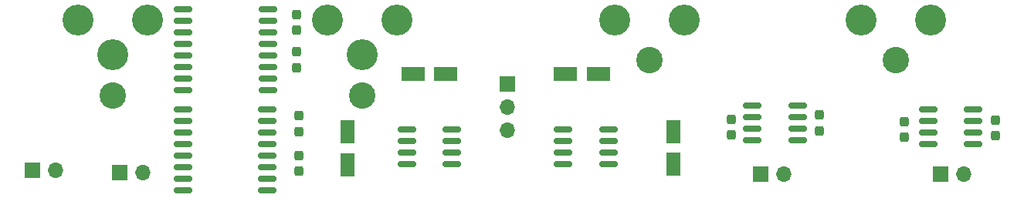
<source format=gbr>
%TF.GenerationSoftware,KiCad,Pcbnew,(7.0.0)*%
%TF.CreationDate,2023-11-09T23:31:26+01:00*%
%TF.ProjectId,xlr-inteface,786c722d-696e-4746-9566-6163652e6b69,rev?*%
%TF.SameCoordinates,Original*%
%TF.FileFunction,Soldermask,Bot*%
%TF.FilePolarity,Negative*%
%FSLAX46Y46*%
G04 Gerber Fmt 4.6, Leading zero omitted, Abs format (unit mm)*
G04 Created by KiCad (PCBNEW (7.0.0)) date 2023-11-09 23:31:26*
%MOMM*%
%LPD*%
G01*
G04 APERTURE LIST*
G04 Aperture macros list*
%AMRoundRect*
0 Rectangle with rounded corners*
0 $1 Rounding radius*
0 $2 $3 $4 $5 $6 $7 $8 $9 X,Y pos of 4 corners*
0 Add a 4 corners polygon primitive as box body*
4,1,4,$2,$3,$4,$5,$6,$7,$8,$9,$2,$3,0*
0 Add four circle primitives for the rounded corners*
1,1,$1+$1,$2,$3*
1,1,$1+$1,$4,$5*
1,1,$1+$1,$6,$7*
1,1,$1+$1,$8,$9*
0 Add four rect primitives between the rounded corners*
20,1,$1+$1,$2,$3,$4,$5,0*
20,1,$1+$1,$4,$5,$6,$7,0*
20,1,$1+$1,$6,$7,$8,$9,0*
20,1,$1+$1,$8,$9,$2,$3,0*%
G04 Aperture macros list end*
%ADD10RoundRect,0.150000X-0.875000X-0.150000X0.875000X-0.150000X0.875000X0.150000X-0.875000X0.150000X0*%
%ADD11C,3.400000*%
%ADD12C,2.900000*%
%ADD13RoundRect,0.237500X0.237500X-0.300000X0.237500X0.300000X-0.237500X0.300000X-0.237500X-0.300000X0*%
%ADD14RoundRect,0.150000X0.825000X0.150000X-0.825000X0.150000X-0.825000X-0.150000X0.825000X-0.150000X0*%
%ADD15RoundRect,0.250000X-1.050000X-0.550000X1.050000X-0.550000X1.050000X0.550000X-1.050000X0.550000X0*%
%ADD16RoundRect,0.250000X1.050000X0.550000X-1.050000X0.550000X-1.050000X-0.550000X1.050000X-0.550000X0*%
%ADD17RoundRect,0.250000X-0.550000X1.050000X-0.550000X-1.050000X0.550000X-1.050000X0.550000X1.050000X0*%
%ADD18R,1.700000X1.700000*%
%ADD19O,1.700000X1.700000*%
%ADD20RoundRect,0.150000X-0.825000X-0.150000X0.825000X-0.150000X0.825000X0.150000X-0.825000X0.150000X0*%
%ADD21RoundRect,0.237500X-0.237500X0.300000X-0.237500X-0.300000X0.237500X-0.300000X0.237500X0.300000X0*%
G04 APERTURE END LIST*
D10*
%TO.C,U1*%
X45890000Y-43830000D03*
X45890000Y-42560000D03*
X45890000Y-41290000D03*
X45890000Y-40020000D03*
X45890000Y-38750000D03*
X45890000Y-37480000D03*
X45890000Y-36210000D03*
X45890000Y-34940000D03*
X55190000Y-34940000D03*
X55190000Y-36210000D03*
X55190000Y-37480000D03*
X55190000Y-38750000D03*
X55190000Y-40020000D03*
X55190000Y-41290000D03*
X55190000Y-42560000D03*
X55190000Y-43830000D03*
%TD*%
%TO.C,U4*%
X55150000Y-54830000D03*
X55150000Y-53560000D03*
X55150000Y-52290000D03*
X55150000Y-51020000D03*
X55150000Y-49750000D03*
X55150000Y-48480000D03*
X55150000Y-47210000D03*
X55150000Y-45940000D03*
X45850000Y-45940000D03*
X45850000Y-47210000D03*
X45850000Y-48480000D03*
X45850000Y-49750000D03*
X45850000Y-51020000D03*
X45850000Y-52290000D03*
X45850000Y-53560000D03*
X45850000Y-54830000D03*
%TD*%
D11*
%TO.C,J1*%
X100820000Y-36070000D03*
X93200000Y-36070000D03*
D12*
X97010000Y-40520000D03*
%TD*%
D11*
%TO.C,J4*%
X61737500Y-36120000D03*
X69357500Y-36120000D03*
X65547500Y-39930000D03*
D12*
X65547500Y-44375000D03*
%TD*%
D11*
%TO.C,J2*%
X127870000Y-36070000D03*
X120250000Y-36070000D03*
D12*
X124060000Y-40520000D03*
%TD*%
D11*
%TO.C,J3*%
X34387500Y-36120000D03*
X42007500Y-36120000D03*
X38197500Y-39930000D03*
D12*
X38197500Y-44375000D03*
%TD*%
D13*
%TO.C,C8*%
X58550000Y-48350000D03*
X58550000Y-46625000D03*
%TD*%
D14*
%TO.C,U6*%
X92520000Y-48140000D03*
X92520000Y-49410000D03*
X92520000Y-50680000D03*
X92520000Y-51950000D03*
X87570000Y-51950000D03*
X87570000Y-50680000D03*
X87570000Y-49410000D03*
X87570000Y-48140000D03*
%TD*%
D15*
%TO.C,C9*%
X87810000Y-42050000D03*
X91410000Y-42050000D03*
%TD*%
D16*
%TO.C,C12*%
X74680000Y-42000000D03*
X71080000Y-42000000D03*
%TD*%
D17*
%TO.C,C10*%
X99630000Y-48330000D03*
X99630000Y-51930000D03*
%TD*%
D18*
%TO.C,J5*%
X81429999Y-43129999D03*
D19*
X81429999Y-45669999D03*
X81429999Y-48209999D03*
%TD*%
D14*
%TO.C,U3*%
X132530000Y-45880000D03*
X132530000Y-47150000D03*
X132530000Y-48420000D03*
X132530000Y-49690000D03*
X127580000Y-49690000D03*
X127580000Y-48420000D03*
X127580000Y-47150000D03*
X127580000Y-45880000D03*
%TD*%
D20*
%TO.C,U5*%
X70420000Y-51960000D03*
X70420000Y-50690000D03*
X70420000Y-49420000D03*
X70420000Y-48150000D03*
X75370000Y-48150000D03*
X75370000Y-49420000D03*
X75370000Y-50690000D03*
X75370000Y-51960000D03*
%TD*%
D21*
%TO.C,C7*%
X58540000Y-50965000D03*
X58540000Y-52690000D03*
%TD*%
%TO.C,C5*%
X58290000Y-39600000D03*
X58290000Y-41325000D03*
%TD*%
D18*
%TO.C,J8*%
X38939999Y-52819999D03*
D19*
X41479999Y-52819999D03*
%TD*%
D21*
%TO.C,C4*%
X115660000Y-46527500D03*
X115660000Y-48252500D03*
%TD*%
D18*
%TO.C,J6*%
X128944999Y-53029999D03*
D19*
X131484999Y-53029999D03*
%TD*%
D14*
%TO.C,U2*%
X113270000Y-45460000D03*
X113270000Y-46730000D03*
X113270000Y-48000000D03*
X113270000Y-49270000D03*
X108320000Y-49270000D03*
X108320000Y-48000000D03*
X108320000Y-46730000D03*
X108320000Y-45460000D03*
%TD*%
D18*
%TO.C,J9*%
X29339999Y-52639999D03*
D19*
X31879999Y-52639999D03*
%TD*%
D21*
%TO.C,C3*%
X105980000Y-46987500D03*
X105980000Y-48712500D03*
%TD*%
D18*
%TO.C,J7*%
X109214999Y-52999999D03*
D19*
X111754999Y-52999999D03*
%TD*%
D13*
%TO.C,C6*%
X58310000Y-37202500D03*
X58310000Y-35477500D03*
%TD*%
D21*
%TO.C,C2*%
X134960000Y-47067500D03*
X134960000Y-48792500D03*
%TD*%
D17*
%TO.C,C11*%
X63920000Y-48410000D03*
X63920000Y-52010000D03*
%TD*%
D21*
%TO.C,C1*%
X125000000Y-47230000D03*
X125000000Y-48955000D03*
%TD*%
M02*

</source>
